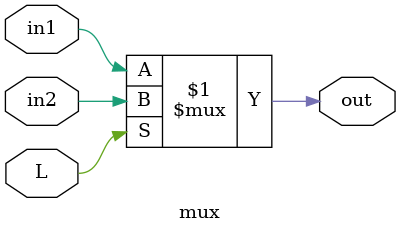
<source format=v>
module top_module (
	input clk,
	input L,
	input r_in,
	input q_in,
	output reg Q);
    
wire D, out;
    
    dff df0(.clk(clk),.D(out),.Q(Q));
    mux m1(.in1(q_in),.in2(r_in),.L(L),.out(out));
    
endmodule
module dff(input clk, input D, output Q);
    always@(posedge clk)
        Q<=D;
endmodule
module mux(input in1,input in2,input L, output out);
    assign out=(L?in2:in1);
endmodule    

</source>
